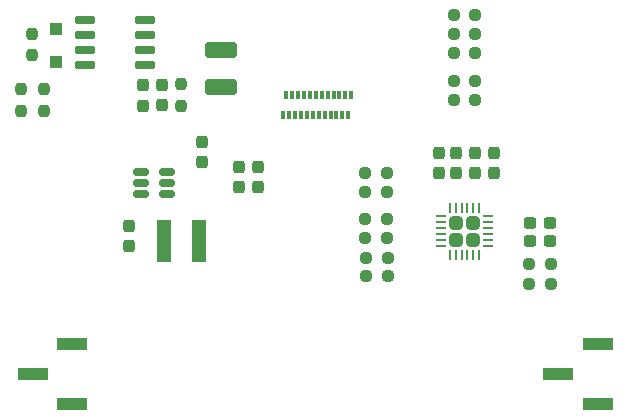
<source format=gbr>
%TF.GenerationSoftware,KiCad,Pcbnew,8.0.0*%
%TF.CreationDate,2024-03-04T20:39:57-05:00*%
%TF.ProjectId,USB C breadboard power supply,55534220-4320-4627-9265-6164626f6172,0.1*%
%TF.SameCoordinates,Original*%
%TF.FileFunction,Paste,Top*%
%TF.FilePolarity,Positive*%
%FSLAX46Y46*%
G04 Gerber Fmt 4.6, Leading zero omitted, Abs format (unit mm)*
G04 Created by KiCad (PCBNEW 8.0.0) date 2024-03-04 20:39:57*
%MOMM*%
%LPD*%
G01*
G04 APERTURE LIST*
G04 Aperture macros list*
%AMRoundRect*
0 Rectangle with rounded corners*
0 $1 Rounding radius*
0 $2 $3 $4 $5 $6 $7 $8 $9 X,Y pos of 4 corners*
0 Add a 4 corners polygon primitive as box body*
4,1,4,$2,$3,$4,$5,$6,$7,$8,$9,$2,$3,0*
0 Add four circle primitives for the rounded corners*
1,1,$1+$1,$2,$3*
1,1,$1+$1,$4,$5*
1,1,$1+$1,$6,$7*
1,1,$1+$1,$8,$9*
0 Add four rect primitives between the rounded corners*
20,1,$1+$1,$2,$3,$4,$5,0*
20,1,$1+$1,$4,$5,$6,$7,0*
20,1,$1+$1,$6,$7,$8,$9,0*
20,1,$1+$1,$8,$9,$2,$3,0*%
G04 Aperture macros list end*
%ADD10R,2.510000X1.000000*%
%ADD11RoundRect,0.237500X0.237500X-0.300000X0.237500X0.300000X-0.237500X0.300000X-0.237500X-0.300000X0*%
%ADD12RoundRect,0.237500X-0.250000X-0.237500X0.250000X-0.237500X0.250000X0.237500X-0.250000X0.237500X0*%
%ADD13RoundRect,0.250000X-0.315000X-0.315000X0.315000X-0.315000X0.315000X0.315000X-0.315000X0.315000X0*%
%ADD14RoundRect,0.062500X-0.325000X-0.062500X0.325000X-0.062500X0.325000X0.062500X-0.325000X0.062500X0*%
%ADD15RoundRect,0.062500X-0.062500X-0.325000X0.062500X-0.325000X0.062500X0.325000X-0.062500X0.325000X0*%
%ADD16RoundRect,0.237500X0.237500X-0.250000X0.237500X0.250000X-0.237500X0.250000X-0.237500X-0.250000X0*%
%ADD17RoundRect,0.150000X0.512500X0.150000X-0.512500X0.150000X-0.512500X-0.150000X0.512500X-0.150000X0*%
%ADD18RoundRect,0.237500X0.250000X0.237500X-0.250000X0.237500X-0.250000X-0.237500X0.250000X-0.237500X0*%
%ADD19RoundRect,0.237500X-0.237500X0.250000X-0.237500X-0.250000X0.237500X-0.250000X0.237500X0.250000X0*%
%ADD20RoundRect,0.237500X-0.237500X0.300000X-0.237500X-0.300000X0.237500X-0.300000X0.237500X0.300000X0*%
%ADD21RoundRect,0.150000X-0.725000X-0.150000X0.725000X-0.150000X0.725000X0.150000X-0.725000X0.150000X0*%
%ADD22R,1.150000X3.600000*%
%ADD23RoundRect,0.237500X-0.300000X-0.237500X0.300000X-0.237500X0.300000X0.237500X-0.300000X0.237500X0*%
%ADD24RoundRect,0.250000X-1.100000X0.412500X-1.100000X-0.412500X1.100000X-0.412500X1.100000X0.412500X0*%
%ADD25RoundRect,0.250000X-0.300000X0.300000X-0.300000X-0.300000X0.300000X-0.300000X0.300000X0.300000X0*%
%ADD26R,0.300000X0.700000*%
G04 APERTURE END LIST*
D10*
%TO.C,J4*%
X106355000Y-134740000D03*
X103045000Y-132200000D03*
X106355000Y-129660000D03*
%TD*%
D11*
%TO.C,C11*%
X122100000Y-116362500D03*
X122100000Y-114637500D03*
%TD*%
D12*
%TO.C,R6*%
X131275000Y-122406250D03*
X133100000Y-122406250D03*
%TD*%
%TO.C,R5*%
X131175000Y-119106250D03*
X133000000Y-119106250D03*
%TD*%
D13*
%TO.C,U1*%
X138887500Y-119406250D03*
X138887500Y-120806250D03*
X140287500Y-119406250D03*
X140287500Y-120806250D03*
D14*
X137600000Y-118856250D03*
X137600000Y-119356250D03*
X137600000Y-119856250D03*
X137600000Y-120356250D03*
X137600000Y-120856250D03*
X137600000Y-121356250D03*
D15*
X138337500Y-122093750D03*
X138837500Y-122093750D03*
X139337500Y-122093750D03*
X139837500Y-122093750D03*
X140337500Y-122093750D03*
X140837500Y-122093750D03*
D14*
X141575000Y-121356250D03*
X141575000Y-120856250D03*
X141575000Y-120356250D03*
X141575000Y-119856250D03*
X141575000Y-119356250D03*
X141575000Y-118856250D03*
D15*
X140837500Y-118118750D03*
X140337500Y-118118750D03*
X139837500Y-118118750D03*
X139337500Y-118118750D03*
X138837500Y-118118750D03*
X138337500Y-118118750D03*
%TD*%
D16*
%TO.C,R15*%
X104000000Y-108087500D03*
X104000000Y-109912500D03*
%TD*%
D17*
%TO.C,U2*%
X114437500Y-116950000D03*
X114437500Y-116000000D03*
X114437500Y-115050000D03*
X112162500Y-115050000D03*
X112162500Y-116000000D03*
X112162500Y-116950000D03*
%TD*%
D18*
%TO.C,R13*%
X133100000Y-123906250D03*
X131275000Y-123906250D03*
%TD*%
D11*
%TO.C,C1*%
X142087500Y-115168750D03*
X142087500Y-113443750D03*
%TD*%
D12*
%TO.C,R7*%
X138687500Y-105000000D03*
X140512500Y-105000000D03*
%TD*%
%TO.C,R9*%
X138687500Y-103400000D03*
X140512500Y-103400000D03*
%TD*%
D11*
%TO.C,C4*%
X137387500Y-115168750D03*
X137387500Y-113443750D03*
%TD*%
D19*
%TO.C,R17*%
X103000000Y-103400000D03*
X103000000Y-105225000D03*
%TD*%
D20*
%TO.C,C8*%
X114000000Y-107727500D03*
X114000000Y-109452500D03*
%TD*%
D18*
%TO.C,R2*%
X146900000Y-122906250D03*
X145075000Y-122906250D03*
%TD*%
D21*
%TO.C,Q1*%
X107425000Y-102260000D03*
X107425000Y-103530000D03*
X107425000Y-104800000D03*
X107425000Y-106070000D03*
X112575000Y-106070000D03*
X112575000Y-104800000D03*
X112575000Y-103530000D03*
X112575000Y-102260000D03*
%TD*%
D11*
%TO.C,C2*%
X140487500Y-115168750D03*
X140487500Y-113443750D03*
%TD*%
D18*
%TO.C,R10*%
X140512500Y-107400000D03*
X138687500Y-107400000D03*
%TD*%
%TO.C,R12*%
X133000000Y-120706250D03*
X131175000Y-120706250D03*
%TD*%
D20*
%TO.C,C13*%
X117400000Y-112537500D03*
X117400000Y-114262500D03*
%TD*%
D22*
%TO.C,L1*%
X114125000Y-120900000D03*
X117075000Y-120900000D03*
%TD*%
D16*
%TO.C,R16*%
X102000000Y-109912500D03*
X102000000Y-108087500D03*
%TD*%
D11*
%TO.C,C9*%
X111200000Y-121362500D03*
X111200000Y-119637500D03*
%TD*%
D10*
%TO.C,J3*%
X150855000Y-134740000D03*
X147545000Y-132200000D03*
X150855000Y-129660000D03*
%TD*%
D18*
%TO.C,R1*%
X146900000Y-124606250D03*
X145075000Y-124606250D03*
%TD*%
D23*
%TO.C,C7*%
X145125000Y-120906250D03*
X146850000Y-120906250D03*
%TD*%
D11*
%TO.C,C12*%
X112400000Y-109462500D03*
X112400000Y-107737500D03*
%TD*%
D19*
%TO.C,R14*%
X115600000Y-107677500D03*
X115600000Y-109502500D03*
%TD*%
D23*
%TO.C,C6*%
X146850000Y-119406250D03*
X145125000Y-119406250D03*
%TD*%
D12*
%TO.C,R4*%
X131175000Y-116806250D03*
X133000000Y-116806250D03*
%TD*%
D24*
%TO.C,C5*%
X118950000Y-104727500D03*
X118950000Y-107852500D03*
%TD*%
D25*
%TO.C,D1*%
X105000000Y-105800000D03*
X105000000Y-103000000D03*
%TD*%
D12*
%TO.C,R3*%
X138687500Y-109000000D03*
X140512500Y-109000000D03*
%TD*%
D26*
%TO.C,USB1*%
X129750000Y-110240000D03*
X129250000Y-110240000D03*
X128750000Y-110240000D03*
X128250000Y-110240000D03*
X127750000Y-110240000D03*
X127250000Y-110240000D03*
X126750000Y-110240000D03*
X126250000Y-110240000D03*
X125750000Y-110240000D03*
X125250000Y-110240000D03*
X124750000Y-110240000D03*
X124250000Y-110240000D03*
X124500000Y-108540000D03*
X125000000Y-108540000D03*
X125500000Y-108540000D03*
X126000000Y-108540000D03*
X126500000Y-108540000D03*
X127000000Y-108540000D03*
X127500000Y-108540000D03*
X128000000Y-108540000D03*
X128500000Y-108540000D03*
X129000000Y-108540000D03*
X129500000Y-108540000D03*
X130000000Y-108540000D03*
%TD*%
D12*
%TO.C,R8*%
X138687500Y-101800000D03*
X140512500Y-101800000D03*
%TD*%
D11*
%TO.C,C10*%
X120500000Y-116362500D03*
X120500000Y-114637500D03*
%TD*%
D18*
%TO.C,R11*%
X133000000Y-115206250D03*
X131175000Y-115206250D03*
%TD*%
D11*
%TO.C,C3*%
X138887500Y-115168750D03*
X138887500Y-113443750D03*
%TD*%
M02*

</source>
